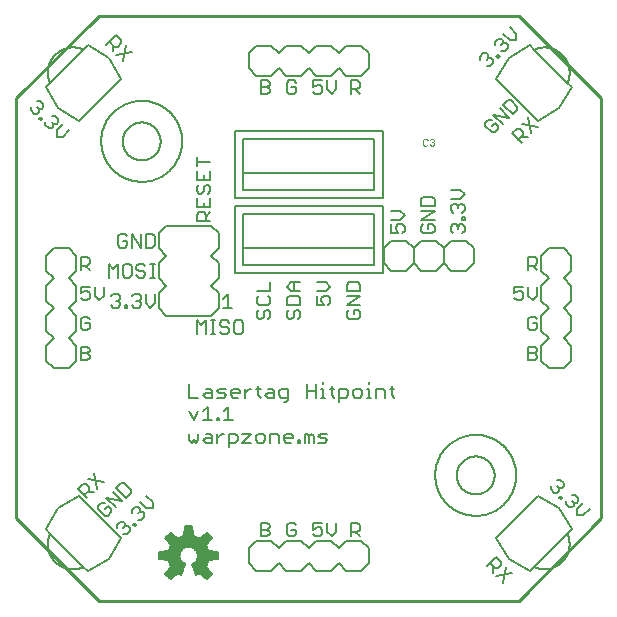
<source format=gto>
G75*
%MOIN*%
%OFA0B0*%
%FSLAX25Y25*%
%IPPOS*%
%LPD*%
%AMOC8*
5,1,8,0,0,1.08239X$1,22.5*
%
%ADD10C,0.01000*%
%ADD11C,0.00500*%
%ADD12C,0.00600*%
%ADD13C,0.00200*%
%ADD14C,0.00800*%
%ADD15C,0.00591*%
D10*
X0001500Y0029000D02*
X0001500Y0169000D01*
X0029000Y0196461D01*
X0029000Y0196500D02*
X0169000Y0196500D01*
X0196500Y0169000D01*
X0196500Y0029000D01*
X0169000Y0001500D01*
X0029000Y0001500D01*
X0001500Y0029000D01*
D11*
X0012788Y0023929D02*
X0012705Y0023740D01*
X0012627Y0023550D01*
X0012553Y0023357D01*
X0012484Y0023163D01*
X0012420Y0022968D01*
X0012361Y0022771D01*
X0012306Y0022572D01*
X0012257Y0022372D01*
X0012212Y0022171D01*
X0012173Y0021969D01*
X0012138Y0021766D01*
X0012108Y0021562D01*
X0012083Y0021358D01*
X0012064Y0021153D01*
X0012049Y0020948D01*
X0012039Y0020742D01*
X0012034Y0020536D01*
X0012035Y0020330D01*
X0012040Y0020125D01*
X0012051Y0019919D01*
X0012066Y0019714D01*
X0012087Y0019509D01*
X0012112Y0019304D01*
X0012143Y0019101D01*
X0012178Y0018898D01*
X0012219Y0018696D01*
X0012264Y0018495D01*
X0012314Y0018296D01*
X0012370Y0018097D01*
X0012430Y0017900D01*
X0012494Y0017705D01*
X0012564Y0017511D01*
X0012638Y0017319D01*
X0012717Y0017129D01*
X0012801Y0016941D01*
X0012889Y0016755D01*
X0012982Y0016571D01*
X0013079Y0016389D01*
X0013180Y0016210D01*
X0013286Y0016034D01*
X0013397Y0015860D01*
X0013511Y0015689D01*
X0013630Y0015520D01*
X0013752Y0015355D01*
X0013879Y0015193D01*
X0014010Y0015034D01*
X0014144Y0014878D01*
X0014283Y0014725D01*
X0014425Y0014576D01*
X0014570Y0014431D01*
X0014719Y0014289D01*
X0014872Y0014150D01*
X0015028Y0014016D01*
X0015187Y0013885D01*
X0015349Y0013758D01*
X0015514Y0013636D01*
X0015683Y0013517D01*
X0015854Y0013403D01*
X0016028Y0013292D01*
X0016204Y0013186D01*
X0016383Y0013085D01*
X0016565Y0012988D01*
X0016749Y0012895D01*
X0016935Y0012807D01*
X0017123Y0012723D01*
X0017313Y0012644D01*
X0017505Y0012570D01*
X0017699Y0012500D01*
X0017894Y0012436D01*
X0018091Y0012376D01*
X0018290Y0012320D01*
X0018489Y0012270D01*
X0018690Y0012225D01*
X0018892Y0012184D01*
X0019095Y0012149D01*
X0019298Y0012118D01*
X0019503Y0012093D01*
X0019708Y0012072D01*
X0019913Y0012057D01*
X0020119Y0012046D01*
X0020324Y0012041D01*
X0020530Y0012040D01*
X0020736Y0012045D01*
X0020942Y0012055D01*
X0021147Y0012070D01*
X0021352Y0012089D01*
X0021556Y0012114D01*
X0021760Y0012144D01*
X0021963Y0012179D01*
X0022165Y0012218D01*
X0022366Y0012263D01*
X0022566Y0012312D01*
X0022765Y0012367D01*
X0022962Y0012426D01*
X0023157Y0012490D01*
X0023351Y0012559D01*
X0023544Y0012633D01*
X0023734Y0012711D01*
X0023923Y0012794D01*
X0012787Y0023929D01*
X0011395Y0025321D01*
X0015571Y0032281D01*
X0022531Y0036457D01*
X0036450Y0022537D01*
X0032274Y0015578D01*
X0025315Y0011402D01*
X0023923Y0012794D01*
X0037219Y0023634D02*
X0038281Y0023634D01*
X0039342Y0024696D01*
X0039342Y0025757D01*
X0038812Y0026288D01*
X0037750Y0026288D01*
X0037219Y0025757D01*
X0037750Y0026288D02*
X0037750Y0027350D01*
X0037219Y0027881D01*
X0036158Y0027881D01*
X0035096Y0026819D01*
X0035096Y0025757D01*
X0032031Y0029884D02*
X0030969Y0029884D01*
X0028846Y0032007D01*
X0028846Y0033069D01*
X0029908Y0034131D01*
X0030969Y0034131D01*
X0032031Y0033069D02*
X0030969Y0032007D01*
X0032031Y0033069D02*
X0033092Y0032007D01*
X0033092Y0030946D01*
X0032031Y0029884D01*
X0034755Y0032609D02*
X0031571Y0035794D01*
X0036879Y0034732D01*
X0033694Y0037917D01*
X0034826Y0039049D02*
X0036419Y0040641D01*
X0037480Y0040641D01*
X0039603Y0038518D01*
X0039603Y0037457D01*
X0038011Y0035864D01*
X0034826Y0039049D01*
X0030629Y0040982D02*
X0025321Y0042044D01*
X0024719Y0040381D02*
X0023658Y0040381D01*
X0022065Y0038788D01*
X0025250Y0035604D01*
X0024188Y0036665D02*
X0025781Y0038257D01*
X0025781Y0039319D01*
X0024719Y0040381D01*
X0025250Y0037727D02*
X0027373Y0037727D01*
X0028505Y0038859D02*
X0027444Y0044167D01*
X0039979Y0031702D02*
X0039979Y0030641D01*
X0039979Y0031702D02*
X0041041Y0032764D01*
X0042102Y0032764D01*
X0042633Y0032233D01*
X0042633Y0031171D01*
X0043695Y0031171D01*
X0044226Y0030641D01*
X0044226Y0029579D01*
X0043164Y0028517D01*
X0042102Y0028517D01*
X0041005Y0027421D02*
X0041536Y0026890D01*
X0041005Y0026359D01*
X0040475Y0026890D01*
X0041005Y0027421D01*
X0042102Y0030641D02*
X0042633Y0031171D01*
X0044827Y0032304D02*
X0046950Y0032304D01*
X0046950Y0034427D01*
X0044827Y0036550D01*
X0042704Y0034427D02*
X0044827Y0032304D01*
X0060001Y0054250D02*
X0059250Y0055001D01*
X0059250Y0057253D01*
X0060751Y0055001D02*
X0061502Y0054250D01*
X0062253Y0055001D01*
X0062253Y0057253D01*
X0064605Y0057253D02*
X0066106Y0057253D01*
X0066856Y0056502D01*
X0066856Y0054250D01*
X0064605Y0054250D01*
X0063854Y0055001D01*
X0064605Y0055751D01*
X0066856Y0055751D01*
X0068458Y0055751D02*
X0069959Y0057253D01*
X0070710Y0057253D01*
X0072294Y0057253D02*
X0074546Y0057253D01*
X0075297Y0056502D01*
X0075297Y0055001D01*
X0074546Y0054250D01*
X0072294Y0054250D01*
X0072294Y0052749D02*
X0072294Y0057253D01*
X0068458Y0057253D02*
X0068458Y0054250D01*
X0068458Y0061750D02*
X0069208Y0061750D01*
X0069208Y0062501D01*
X0068458Y0062501D01*
X0068458Y0061750D01*
X0066856Y0061750D02*
X0063854Y0061750D01*
X0065355Y0061750D02*
X0065355Y0066254D01*
X0063854Y0064753D01*
X0062253Y0064753D02*
X0060751Y0061750D01*
X0059250Y0064753D01*
X0059250Y0069250D02*
X0062253Y0069250D01*
X0063854Y0070001D02*
X0064605Y0070751D01*
X0066856Y0070751D01*
X0066856Y0071502D02*
X0066856Y0069250D01*
X0064605Y0069250D01*
X0063854Y0070001D01*
X0064605Y0072253D02*
X0066106Y0072253D01*
X0066856Y0071502D01*
X0068458Y0071502D02*
X0069208Y0070751D01*
X0070710Y0070751D01*
X0071460Y0070001D01*
X0070710Y0069250D01*
X0068458Y0069250D01*
X0068458Y0071502D02*
X0069208Y0072253D01*
X0071460Y0072253D01*
X0073062Y0071502D02*
X0073812Y0072253D01*
X0075314Y0072253D01*
X0076064Y0071502D01*
X0076064Y0070751D01*
X0073062Y0070751D01*
X0073062Y0070001D02*
X0073062Y0071502D01*
X0073062Y0070001D02*
X0073812Y0069250D01*
X0075314Y0069250D01*
X0077666Y0069250D02*
X0077666Y0072253D01*
X0079167Y0072253D02*
X0079918Y0072253D01*
X0079167Y0072253D02*
X0077666Y0070751D01*
X0081502Y0072253D02*
X0083004Y0072253D01*
X0082253Y0073003D02*
X0082253Y0070001D01*
X0083004Y0069250D01*
X0084572Y0070001D02*
X0085322Y0070751D01*
X0087574Y0070751D01*
X0087574Y0071502D02*
X0086823Y0072253D01*
X0085322Y0072253D01*
X0084572Y0070001D02*
X0085322Y0069250D01*
X0087574Y0069250D01*
X0087574Y0071502D01*
X0089176Y0071502D02*
X0089176Y0070001D01*
X0089926Y0069250D01*
X0092178Y0069250D01*
X0092178Y0068499D02*
X0092178Y0072253D01*
X0089926Y0072253D01*
X0089176Y0071502D01*
X0090677Y0067749D02*
X0091427Y0067749D01*
X0092178Y0068499D01*
X0098383Y0069250D02*
X0098383Y0073754D01*
X0098383Y0071502D02*
X0101386Y0071502D01*
X0102987Y0072253D02*
X0103738Y0072253D01*
X0103738Y0069250D01*
X0102987Y0069250D02*
X0104489Y0069250D01*
X0106807Y0070001D02*
X0107558Y0069250D01*
X0106807Y0070001D02*
X0106807Y0073003D01*
X0106057Y0072253D02*
X0107558Y0072253D01*
X0109126Y0072253D02*
X0111378Y0072253D01*
X0112128Y0071502D01*
X0112128Y0070001D01*
X0111378Y0069250D01*
X0109126Y0069250D01*
X0109126Y0067749D02*
X0109126Y0072253D01*
X0113730Y0071502D02*
X0113730Y0070001D01*
X0114480Y0069250D01*
X0115982Y0069250D01*
X0116732Y0070001D01*
X0116732Y0071502D01*
X0115982Y0072253D01*
X0114480Y0072253D01*
X0113730Y0071502D01*
X0118334Y0072253D02*
X0119084Y0072253D01*
X0119084Y0069250D01*
X0118334Y0069250D02*
X0119835Y0069250D01*
X0121403Y0069250D02*
X0121403Y0072253D01*
X0123655Y0072253D01*
X0124406Y0071502D01*
X0124406Y0069250D01*
X0126758Y0070001D02*
X0126758Y0073003D01*
X0127508Y0072253D02*
X0126007Y0072253D01*
X0126758Y0070001D02*
X0127508Y0069250D01*
X0119084Y0073754D02*
X0119084Y0074504D01*
X0103738Y0074504D02*
X0103738Y0073754D01*
X0101386Y0073754D02*
X0101386Y0069250D01*
X0099868Y0057253D02*
X0100619Y0056502D01*
X0100619Y0054250D01*
X0099117Y0054250D02*
X0099117Y0056502D01*
X0099868Y0057253D01*
X0099117Y0056502D02*
X0098367Y0057253D01*
X0097616Y0057253D01*
X0097616Y0054250D01*
X0096065Y0054250D02*
X0095314Y0054250D01*
X0095314Y0055001D01*
X0096065Y0055001D01*
X0096065Y0054250D01*
X0093713Y0055751D02*
X0090710Y0055751D01*
X0090710Y0055001D02*
X0090710Y0056502D01*
X0091461Y0057253D01*
X0092962Y0057253D01*
X0093713Y0056502D01*
X0093713Y0055751D01*
X0092962Y0054250D02*
X0091461Y0054250D01*
X0090710Y0055001D01*
X0089109Y0054250D02*
X0089109Y0056502D01*
X0088358Y0057253D01*
X0086106Y0057253D01*
X0086106Y0054250D01*
X0084505Y0055001D02*
X0084505Y0056502D01*
X0083754Y0057253D01*
X0082253Y0057253D01*
X0081502Y0056502D01*
X0081502Y0055001D01*
X0082253Y0054250D01*
X0083754Y0054250D01*
X0084505Y0055001D01*
X0079901Y0054250D02*
X0076898Y0054250D01*
X0079901Y0057253D01*
X0076898Y0057253D01*
X0073762Y0061750D02*
X0070760Y0061750D01*
X0072261Y0061750D02*
X0072261Y0066254D01*
X0070760Y0064753D01*
X0060751Y0055001D02*
X0060001Y0054250D01*
X0059250Y0069250D02*
X0059250Y0073754D01*
X0061750Y0090500D02*
X0061750Y0095004D01*
X0063251Y0093503D01*
X0064753Y0095004D01*
X0064753Y0090500D01*
X0066354Y0090500D02*
X0067855Y0090500D01*
X0067105Y0090500D02*
X0067105Y0095004D01*
X0067855Y0095004D02*
X0066354Y0095004D01*
X0069423Y0094253D02*
X0069423Y0093503D01*
X0070174Y0092752D01*
X0071675Y0092752D01*
X0072426Y0092001D01*
X0072426Y0091251D01*
X0071675Y0090500D01*
X0070174Y0090500D01*
X0069423Y0091251D01*
X0069423Y0094253D02*
X0070174Y0095004D01*
X0071675Y0095004D01*
X0072426Y0094253D01*
X0074027Y0094253D02*
X0074027Y0091251D01*
X0074778Y0090500D01*
X0076279Y0090500D01*
X0077030Y0091251D01*
X0077030Y0094253D01*
X0076279Y0095004D01*
X0074778Y0095004D01*
X0074027Y0094253D01*
X0073503Y0099250D02*
X0070500Y0099250D01*
X0072001Y0099250D02*
X0072001Y0103754D01*
X0070500Y0102253D01*
X0074354Y0110614D02*
X0074354Y0133252D01*
X0123646Y0133252D01*
X0123646Y0110614D01*
X0074354Y0110614D01*
X0077110Y0113370D02*
X0077110Y0119000D01*
X0120890Y0119000D01*
X0120890Y0113370D01*
X0077110Y0113370D01*
X0077110Y0119000D02*
X0077110Y0130496D01*
X0120890Y0130496D01*
X0120890Y0119000D01*
X0126446Y0123950D02*
X0128698Y0123950D01*
X0127947Y0125451D01*
X0127947Y0126202D01*
X0128698Y0126953D01*
X0130199Y0126953D01*
X0130950Y0126202D01*
X0130950Y0124701D01*
X0130199Y0123950D01*
X0126446Y0123950D02*
X0126446Y0126953D01*
X0126446Y0128554D02*
X0129449Y0128554D01*
X0130950Y0130055D01*
X0129449Y0131556D01*
X0126446Y0131556D01*
X0123646Y0135614D02*
X0123646Y0158252D01*
X0074354Y0158252D01*
X0074354Y0135614D01*
X0123646Y0135614D01*
X0120890Y0138370D02*
X0120890Y0144000D01*
X0077110Y0144000D01*
X0077110Y0155496D01*
X0120890Y0155496D01*
X0120890Y0144000D01*
X0120890Y0138370D02*
X0077110Y0138370D01*
X0077110Y0144000D01*
X0066250Y0144814D02*
X0066250Y0141812D01*
X0061746Y0141812D01*
X0061746Y0144814D01*
X0061746Y0146416D02*
X0061746Y0149418D01*
X0061746Y0147917D02*
X0066250Y0147917D01*
X0063998Y0143313D02*
X0063998Y0141812D01*
X0064749Y0140210D02*
X0065499Y0140210D01*
X0066250Y0139460D01*
X0066250Y0137958D01*
X0065499Y0137208D01*
X0063998Y0137958D02*
X0063998Y0139460D01*
X0064749Y0140210D01*
X0062497Y0140210D02*
X0061746Y0139460D01*
X0061746Y0137958D01*
X0062497Y0137208D01*
X0063247Y0137208D01*
X0063998Y0137958D01*
X0061746Y0135606D02*
X0061746Y0132604D01*
X0066250Y0132604D01*
X0066250Y0135606D01*
X0063998Y0134105D02*
X0063998Y0132604D01*
X0063998Y0131003D02*
X0064749Y0130252D01*
X0064749Y0128000D01*
X0066250Y0128000D02*
X0061746Y0128000D01*
X0061746Y0130252D01*
X0062497Y0131003D01*
X0063998Y0131003D01*
X0064749Y0129501D02*
X0066250Y0131003D01*
X0047649Y0123003D02*
X0047649Y0120001D01*
X0046898Y0119250D01*
X0044646Y0119250D01*
X0044646Y0123754D01*
X0046898Y0123754D01*
X0047649Y0123003D01*
X0043045Y0123754D02*
X0043045Y0119250D01*
X0040042Y0123754D01*
X0040042Y0119250D01*
X0038441Y0120001D02*
X0038441Y0121502D01*
X0036939Y0121502D01*
X0035438Y0123003D02*
X0035438Y0120001D01*
X0036189Y0119250D01*
X0037690Y0119250D01*
X0038441Y0120001D01*
X0038441Y0123003D02*
X0037690Y0123754D01*
X0036189Y0123754D01*
X0035438Y0123003D01*
X0026003Y0115503D02*
X0026003Y0114002D01*
X0025252Y0113251D01*
X0023000Y0113251D01*
X0023000Y0111750D02*
X0023000Y0116254D01*
X0025252Y0116254D01*
X0026003Y0115503D01*
X0024501Y0113251D02*
X0026003Y0111750D01*
X0026003Y0106254D02*
X0023000Y0106254D01*
X0023000Y0104002D01*
X0024501Y0104753D01*
X0025252Y0104753D01*
X0026003Y0104002D01*
X0026003Y0102501D01*
X0025252Y0101750D01*
X0023751Y0101750D01*
X0023000Y0102501D01*
X0027604Y0103251D02*
X0027604Y0106254D01*
X0027604Y0103251D02*
X0029105Y0101750D01*
X0030606Y0103251D01*
X0030606Y0106254D01*
X0033136Y0103003D02*
X0033887Y0103754D01*
X0035388Y0103754D01*
X0036139Y0103003D01*
X0036139Y0102253D01*
X0035388Y0101502D01*
X0036139Y0100751D01*
X0036139Y0100001D01*
X0035388Y0099250D01*
X0033887Y0099250D01*
X0033136Y0100001D01*
X0034638Y0101502D02*
X0035388Y0101502D01*
X0037740Y0100001D02*
X0038491Y0100001D01*
X0038491Y0099250D01*
X0037740Y0099250D01*
X0037740Y0100001D01*
X0040042Y0100001D02*
X0040793Y0099250D01*
X0042294Y0099250D01*
X0043045Y0100001D01*
X0043045Y0100751D01*
X0042294Y0101502D01*
X0041543Y0101502D01*
X0042294Y0101502D02*
X0043045Y0102253D01*
X0043045Y0103003D01*
X0042294Y0103754D01*
X0040793Y0103754D01*
X0040042Y0103003D01*
X0044646Y0103754D02*
X0044646Y0100751D01*
X0046147Y0099250D01*
X0047649Y0100751D01*
X0047649Y0103754D01*
X0047682Y0109250D02*
X0046181Y0109250D01*
X0046931Y0109250D02*
X0046931Y0113754D01*
X0046181Y0113754D02*
X0047682Y0113754D01*
X0044579Y0113003D02*
X0043829Y0113754D01*
X0042327Y0113754D01*
X0041577Y0113003D01*
X0041577Y0112253D01*
X0042327Y0111502D01*
X0043829Y0111502D01*
X0044579Y0110751D01*
X0044579Y0110001D01*
X0043829Y0109250D01*
X0042327Y0109250D01*
X0041577Y0110001D01*
X0039975Y0110001D02*
X0039975Y0113003D01*
X0039225Y0113754D01*
X0037723Y0113754D01*
X0036973Y0113003D01*
X0036973Y0110001D01*
X0037723Y0109250D01*
X0039225Y0109250D01*
X0039975Y0110001D01*
X0035371Y0109250D02*
X0035371Y0113754D01*
X0033870Y0112253D01*
X0032369Y0113754D01*
X0032369Y0109250D01*
X0025252Y0096254D02*
X0023751Y0096254D01*
X0023000Y0095503D01*
X0023000Y0092501D01*
X0023751Y0091750D01*
X0025252Y0091750D01*
X0026003Y0092501D01*
X0026003Y0094002D01*
X0024501Y0094002D01*
X0026003Y0095503D02*
X0025252Y0096254D01*
X0025252Y0086254D02*
X0023000Y0086254D01*
X0023000Y0081750D01*
X0025252Y0081750D01*
X0026003Y0082501D01*
X0026003Y0083251D01*
X0025252Y0084002D01*
X0023000Y0084002D01*
X0025252Y0084002D02*
X0026003Y0084753D01*
X0026003Y0085503D01*
X0025252Y0086254D01*
X0081746Y0096189D02*
X0082497Y0095438D01*
X0083247Y0095438D01*
X0083998Y0096189D01*
X0083998Y0097690D01*
X0084749Y0098441D01*
X0085499Y0098441D01*
X0086250Y0097690D01*
X0086250Y0096189D01*
X0085499Y0095438D01*
X0081746Y0096189D02*
X0081746Y0097690D01*
X0082497Y0098441D01*
X0082497Y0100042D02*
X0085499Y0100042D01*
X0086250Y0100793D01*
X0086250Y0102294D01*
X0085499Y0103045D01*
X0086250Y0104646D02*
X0086250Y0107649D01*
X0086250Y0104646D02*
X0081746Y0104646D01*
X0082497Y0103045D02*
X0081746Y0102294D01*
X0081746Y0100793D01*
X0082497Y0100042D01*
X0091746Y0100042D02*
X0091746Y0102294D01*
X0092497Y0103045D01*
X0095499Y0103045D01*
X0096250Y0102294D01*
X0096250Y0100042D01*
X0091746Y0100042D01*
X0092497Y0098441D02*
X0091746Y0097690D01*
X0091746Y0096189D01*
X0092497Y0095438D01*
X0093247Y0095438D01*
X0093998Y0096189D01*
X0093998Y0097690D01*
X0094749Y0098441D01*
X0095499Y0098441D01*
X0096250Y0097690D01*
X0096250Y0096189D01*
X0095499Y0095438D01*
X0101746Y0100042D02*
X0103998Y0100042D01*
X0103247Y0101543D01*
X0103247Y0102294D01*
X0103998Y0103045D01*
X0105499Y0103045D01*
X0106250Y0102294D01*
X0106250Y0100793D01*
X0105499Y0100042D01*
X0101746Y0100042D02*
X0101746Y0103045D01*
X0101746Y0104646D02*
X0104749Y0104646D01*
X0106250Y0106147D01*
X0104749Y0107649D01*
X0101746Y0107649D01*
X0096250Y0107649D02*
X0093247Y0107649D01*
X0091746Y0106147D01*
X0093247Y0104646D01*
X0096250Y0104646D01*
X0093998Y0104646D02*
X0093998Y0107649D01*
X0111746Y0106898D02*
X0111746Y0104646D01*
X0116250Y0104646D01*
X0116250Y0106898D01*
X0115499Y0107649D01*
X0112497Y0107649D01*
X0111746Y0106898D01*
X0111746Y0103045D02*
X0116250Y0103045D01*
X0111746Y0100042D01*
X0116250Y0100042D01*
X0115499Y0098441D02*
X0113998Y0098441D01*
X0113998Y0096939D01*
X0112497Y0095438D02*
X0115499Y0095438D01*
X0116250Y0096189D01*
X0116250Y0097690D01*
X0115499Y0098441D01*
X0112497Y0098441D02*
X0111746Y0097690D01*
X0111746Y0096189D01*
X0112497Y0095438D01*
X0137197Y0123950D02*
X0136446Y0124701D01*
X0136446Y0126202D01*
X0137197Y0126953D01*
X0138698Y0126953D02*
X0138698Y0125451D01*
X0138698Y0126953D02*
X0140199Y0126953D01*
X0140950Y0126202D01*
X0140950Y0124701D01*
X0140199Y0123950D01*
X0137197Y0123950D01*
X0136446Y0128554D02*
X0140950Y0131556D01*
X0136446Y0131556D01*
X0136446Y0133158D02*
X0136446Y0135410D01*
X0137197Y0136160D01*
X0140199Y0136160D01*
X0140950Y0135410D01*
X0140950Y0133158D01*
X0136446Y0133158D01*
X0136446Y0128554D02*
X0140950Y0128554D01*
X0146446Y0126202D02*
X0146446Y0124701D01*
X0147197Y0123950D01*
X0148698Y0125451D02*
X0148698Y0126202D01*
X0149449Y0126953D01*
X0150199Y0126953D01*
X0150950Y0126202D01*
X0150950Y0124701D01*
X0150199Y0123950D01*
X0148698Y0126202D02*
X0147947Y0126953D01*
X0147197Y0126953D01*
X0146446Y0126202D01*
X0150199Y0128554D02*
X0150199Y0129305D01*
X0150950Y0129305D01*
X0150950Y0128554D01*
X0150199Y0128554D01*
X0150199Y0130856D02*
X0150950Y0131607D01*
X0150950Y0133108D01*
X0150199Y0133858D01*
X0149449Y0133858D01*
X0148698Y0133108D01*
X0148698Y0132357D01*
X0148698Y0133108D02*
X0147947Y0133858D01*
X0147197Y0133858D01*
X0146446Y0133108D01*
X0146446Y0131607D01*
X0147197Y0130856D01*
X0146446Y0135460D02*
X0149449Y0135460D01*
X0150950Y0136961D01*
X0149449Y0138462D01*
X0146446Y0138462D01*
X0159953Y0157618D02*
X0161014Y0157618D01*
X0162076Y0158679D01*
X0162076Y0159741D01*
X0161014Y0160803D01*
X0159953Y0159741D01*
X0157830Y0159741D02*
X0159953Y0157618D01*
X0157830Y0159741D02*
X0157830Y0160803D01*
X0158891Y0161864D01*
X0159953Y0161864D01*
X0160554Y0163527D02*
X0165862Y0162466D01*
X0162677Y0165650D01*
X0163810Y0166783D02*
X0165402Y0168375D01*
X0166464Y0168375D01*
X0168587Y0166252D01*
X0168587Y0165190D01*
X0166995Y0163598D01*
X0163810Y0166783D01*
X0160554Y0163527D02*
X0163739Y0160343D01*
X0166804Y0157277D02*
X0168397Y0158870D01*
X0169458Y0158870D01*
X0170520Y0157808D01*
X0170520Y0156746D01*
X0168927Y0155154D01*
X0169989Y0154093D02*
X0166804Y0157277D01*
X0169989Y0156216D02*
X0172112Y0156216D01*
X0173245Y0157348D02*
X0172183Y0162656D01*
X0170060Y0160533D02*
X0175368Y0159471D01*
X0175469Y0161543D02*
X0161550Y0175463D01*
X0165726Y0182422D01*
X0172685Y0186598D01*
X0174077Y0185206D01*
X0185213Y0174071D01*
X0186605Y0172679D01*
X0182429Y0165719D01*
X0175469Y0161543D01*
X0185212Y0174071D02*
X0185295Y0174260D01*
X0185373Y0174450D01*
X0185447Y0174643D01*
X0185516Y0174837D01*
X0185580Y0175032D01*
X0185639Y0175229D01*
X0185694Y0175428D01*
X0185743Y0175628D01*
X0185788Y0175829D01*
X0185827Y0176031D01*
X0185862Y0176234D01*
X0185892Y0176438D01*
X0185917Y0176642D01*
X0185936Y0176847D01*
X0185951Y0177052D01*
X0185961Y0177258D01*
X0185966Y0177464D01*
X0185965Y0177670D01*
X0185960Y0177875D01*
X0185949Y0178081D01*
X0185934Y0178286D01*
X0185913Y0178491D01*
X0185888Y0178696D01*
X0185857Y0178899D01*
X0185822Y0179102D01*
X0185781Y0179304D01*
X0185736Y0179505D01*
X0185686Y0179704D01*
X0185630Y0179903D01*
X0185570Y0180100D01*
X0185506Y0180295D01*
X0185436Y0180489D01*
X0185362Y0180681D01*
X0185283Y0180871D01*
X0185199Y0181059D01*
X0185111Y0181245D01*
X0185018Y0181429D01*
X0184921Y0181611D01*
X0184820Y0181790D01*
X0184714Y0181966D01*
X0184603Y0182140D01*
X0184489Y0182311D01*
X0184370Y0182480D01*
X0184248Y0182645D01*
X0184121Y0182807D01*
X0183990Y0182966D01*
X0183856Y0183122D01*
X0183717Y0183275D01*
X0183575Y0183424D01*
X0183430Y0183569D01*
X0183281Y0183711D01*
X0183128Y0183850D01*
X0182972Y0183984D01*
X0182813Y0184115D01*
X0182651Y0184242D01*
X0182486Y0184364D01*
X0182317Y0184483D01*
X0182146Y0184597D01*
X0181972Y0184708D01*
X0181796Y0184814D01*
X0181617Y0184915D01*
X0181435Y0185012D01*
X0181251Y0185105D01*
X0181065Y0185193D01*
X0180877Y0185277D01*
X0180687Y0185356D01*
X0180495Y0185430D01*
X0180301Y0185500D01*
X0180106Y0185564D01*
X0179909Y0185624D01*
X0179710Y0185680D01*
X0179511Y0185730D01*
X0179310Y0185775D01*
X0179108Y0185816D01*
X0178905Y0185851D01*
X0178702Y0185882D01*
X0178497Y0185907D01*
X0178292Y0185928D01*
X0178087Y0185943D01*
X0177881Y0185954D01*
X0177676Y0185959D01*
X0177470Y0185960D01*
X0177264Y0185955D01*
X0177058Y0185945D01*
X0176853Y0185930D01*
X0176648Y0185911D01*
X0176444Y0185886D01*
X0176240Y0185856D01*
X0176037Y0185821D01*
X0175835Y0185782D01*
X0175634Y0185737D01*
X0175434Y0185688D01*
X0175235Y0185633D01*
X0175038Y0185574D01*
X0174843Y0185510D01*
X0174649Y0185441D01*
X0174456Y0185367D01*
X0174266Y0185289D01*
X0174077Y0185206D01*
X0168056Y0188410D02*
X0168056Y0190533D01*
X0165933Y0192656D01*
X0163810Y0190533D02*
X0165933Y0188410D01*
X0168056Y0188410D01*
X0165331Y0186746D02*
X0165331Y0185685D01*
X0164270Y0184623D01*
X0163208Y0184623D01*
X0162111Y0183526D02*
X0162642Y0182996D01*
X0162111Y0182465D01*
X0161581Y0182996D01*
X0162111Y0183526D01*
X0160448Y0181863D02*
X0160448Y0180802D01*
X0159387Y0179740D01*
X0158325Y0179740D01*
X0158325Y0181863D02*
X0158856Y0182394D01*
X0159917Y0182394D01*
X0160448Y0181863D01*
X0158856Y0182394D02*
X0158856Y0183456D01*
X0158325Y0183986D01*
X0157263Y0183986D01*
X0156202Y0182925D01*
X0156202Y0181863D01*
X0161085Y0186746D02*
X0161085Y0187808D01*
X0162147Y0188870D01*
X0163208Y0188870D01*
X0163739Y0188339D01*
X0163739Y0187277D01*
X0164801Y0187277D01*
X0165331Y0186746D01*
X0163739Y0187277D02*
X0163208Y0186746D01*
X0116003Y0174253D02*
X0116003Y0172752D01*
X0115252Y0172001D01*
X0113000Y0172001D01*
X0113000Y0170500D02*
X0113000Y0175004D01*
X0115252Y0175004D01*
X0116003Y0174253D01*
X0114501Y0172001D02*
X0116003Y0170500D01*
X0108106Y0172001D02*
X0108106Y0175004D01*
X0105104Y0175004D02*
X0105104Y0172001D01*
X0106605Y0170500D01*
X0108106Y0172001D01*
X0103503Y0171251D02*
X0102752Y0170500D01*
X0101251Y0170500D01*
X0100500Y0171251D01*
X0100500Y0172752D02*
X0102001Y0173503D01*
X0102752Y0173503D01*
X0103503Y0172752D01*
X0103503Y0171251D01*
X0100500Y0172752D02*
X0100500Y0175004D01*
X0103503Y0175004D01*
X0094753Y0174253D02*
X0094002Y0175004D01*
X0092501Y0175004D01*
X0091750Y0174253D01*
X0091750Y0171251D01*
X0092501Y0170500D01*
X0094002Y0170500D01*
X0094753Y0171251D01*
X0094753Y0172752D01*
X0093251Y0172752D01*
X0086003Y0173503D02*
X0085252Y0172752D01*
X0083000Y0172752D01*
X0083000Y0170500D02*
X0083000Y0175004D01*
X0085252Y0175004D01*
X0086003Y0174253D01*
X0086003Y0173503D01*
X0085252Y0172752D02*
X0086003Y0172001D01*
X0086003Y0171251D01*
X0085252Y0170500D01*
X0083000Y0170500D01*
X0040156Y0184567D02*
X0034848Y0183505D01*
X0033716Y0184638D02*
X0033716Y0186761D01*
X0034246Y0186230D02*
X0032654Y0187822D01*
X0031593Y0186761D02*
X0034777Y0189946D01*
X0036370Y0188353D01*
X0036370Y0187292D01*
X0035308Y0186230D01*
X0034246Y0186230D01*
X0038033Y0186690D02*
X0036971Y0181382D01*
X0032281Y0182429D02*
X0036457Y0175469D01*
X0022537Y0161550D01*
X0015578Y0165726D01*
X0011402Y0172685D01*
X0012794Y0174077D01*
X0023929Y0185213D01*
X0025321Y0186605D01*
X0032281Y0182429D01*
X0023929Y0185212D02*
X0023740Y0185295D01*
X0023550Y0185373D01*
X0023357Y0185447D01*
X0023163Y0185516D01*
X0022968Y0185580D01*
X0022771Y0185639D01*
X0022572Y0185694D01*
X0022372Y0185743D01*
X0022171Y0185788D01*
X0021969Y0185827D01*
X0021766Y0185862D01*
X0021562Y0185892D01*
X0021358Y0185917D01*
X0021153Y0185936D01*
X0020948Y0185951D01*
X0020742Y0185961D01*
X0020536Y0185966D01*
X0020330Y0185965D01*
X0020125Y0185960D01*
X0019919Y0185949D01*
X0019714Y0185934D01*
X0019509Y0185913D01*
X0019304Y0185888D01*
X0019101Y0185857D01*
X0018898Y0185822D01*
X0018696Y0185781D01*
X0018495Y0185736D01*
X0018296Y0185686D01*
X0018097Y0185630D01*
X0017900Y0185570D01*
X0017705Y0185506D01*
X0017511Y0185436D01*
X0017319Y0185362D01*
X0017129Y0185283D01*
X0016941Y0185199D01*
X0016755Y0185111D01*
X0016571Y0185018D01*
X0016389Y0184921D01*
X0016210Y0184820D01*
X0016034Y0184714D01*
X0015860Y0184603D01*
X0015689Y0184489D01*
X0015520Y0184370D01*
X0015355Y0184248D01*
X0015193Y0184121D01*
X0015034Y0183990D01*
X0014878Y0183856D01*
X0014725Y0183717D01*
X0014576Y0183575D01*
X0014431Y0183430D01*
X0014289Y0183281D01*
X0014150Y0183128D01*
X0014016Y0182972D01*
X0013885Y0182813D01*
X0013758Y0182651D01*
X0013636Y0182486D01*
X0013517Y0182317D01*
X0013403Y0182146D01*
X0013292Y0181972D01*
X0013186Y0181796D01*
X0013085Y0181617D01*
X0012988Y0181435D01*
X0012895Y0181251D01*
X0012807Y0181065D01*
X0012723Y0180877D01*
X0012644Y0180687D01*
X0012570Y0180495D01*
X0012500Y0180301D01*
X0012436Y0180106D01*
X0012376Y0179909D01*
X0012320Y0179710D01*
X0012270Y0179511D01*
X0012225Y0179310D01*
X0012184Y0179108D01*
X0012149Y0178905D01*
X0012118Y0178702D01*
X0012093Y0178497D01*
X0012072Y0178292D01*
X0012057Y0178087D01*
X0012046Y0177881D01*
X0012041Y0177676D01*
X0012040Y0177470D01*
X0012045Y0177264D01*
X0012055Y0177058D01*
X0012070Y0176853D01*
X0012089Y0176648D01*
X0012114Y0176444D01*
X0012144Y0176240D01*
X0012179Y0176037D01*
X0012218Y0175835D01*
X0012263Y0175634D01*
X0012312Y0175434D01*
X0012367Y0175235D01*
X0012426Y0175038D01*
X0012490Y0174843D01*
X0012559Y0174649D01*
X0012633Y0174456D01*
X0012711Y0174266D01*
X0012794Y0174077D01*
X0009533Y0168118D02*
X0010595Y0167057D01*
X0010595Y0165995D01*
X0010064Y0165464D01*
X0009003Y0165464D01*
X0009003Y0164403D01*
X0008472Y0163872D01*
X0007410Y0163872D01*
X0006349Y0164934D01*
X0006349Y0165995D01*
X0008472Y0165995D02*
X0009003Y0165464D01*
X0008472Y0168118D02*
X0009533Y0168118D01*
X0009604Y0162740D02*
X0010135Y0162209D01*
X0009604Y0161678D01*
X0009073Y0162209D01*
X0009604Y0162740D01*
X0011232Y0161112D02*
X0011232Y0160050D01*
X0012294Y0158989D01*
X0013355Y0158989D01*
X0013886Y0159520D01*
X0013886Y0160581D01*
X0013355Y0161112D01*
X0013886Y0160581D02*
X0014947Y0160581D01*
X0015478Y0161112D01*
X0015478Y0162174D01*
X0014417Y0163235D01*
X0013355Y0163235D01*
X0017141Y0160510D02*
X0015018Y0158387D01*
X0015018Y0156264D01*
X0017141Y0156264D01*
X0019264Y0158387D01*
X0102971Y0057253D02*
X0102220Y0056502D01*
X0102971Y0055751D01*
X0104472Y0055751D01*
X0105223Y0055001D01*
X0104472Y0054250D01*
X0102220Y0054250D01*
X0102971Y0057253D02*
X0105223Y0057253D01*
X0105104Y0027504D02*
X0105104Y0024501D01*
X0106605Y0023000D01*
X0108106Y0024501D01*
X0108106Y0027504D01*
X0103503Y0027504D02*
X0100500Y0027504D01*
X0100500Y0025252D01*
X0102001Y0026003D01*
X0102752Y0026003D01*
X0103503Y0025252D01*
X0103503Y0023751D01*
X0102752Y0023000D01*
X0101251Y0023000D01*
X0100500Y0023751D01*
X0094753Y0023751D02*
X0094753Y0025252D01*
X0093251Y0025252D01*
X0091750Y0026753D02*
X0091750Y0023751D01*
X0092501Y0023000D01*
X0094002Y0023000D01*
X0094753Y0023751D01*
X0094753Y0026753D02*
X0094002Y0027504D01*
X0092501Y0027504D01*
X0091750Y0026753D01*
X0086003Y0026753D02*
X0086003Y0026003D01*
X0085252Y0025252D01*
X0083000Y0025252D01*
X0083000Y0023000D02*
X0083000Y0027504D01*
X0085252Y0027504D01*
X0086003Y0026753D01*
X0085252Y0025252D02*
X0086003Y0024501D01*
X0086003Y0023751D01*
X0085252Y0023000D01*
X0083000Y0023000D01*
X0113000Y0023000D02*
X0113000Y0027504D01*
X0115252Y0027504D01*
X0116003Y0026753D01*
X0116003Y0025252D01*
X0115252Y0024501D01*
X0113000Y0024501D01*
X0114501Y0024501D02*
X0116003Y0023000D01*
X0158318Y0012964D02*
X0161503Y0016149D01*
X0163095Y0014557D01*
X0163095Y0013495D01*
X0162033Y0012434D01*
X0160972Y0012434D01*
X0159380Y0014026D01*
X0160441Y0012964D02*
X0160441Y0010841D01*
X0161573Y0009709D02*
X0166881Y0010771D01*
X0164758Y0012894D02*
X0163697Y0007586D01*
X0165719Y0015571D02*
X0161543Y0022531D01*
X0175463Y0036450D01*
X0182422Y0032274D01*
X0186598Y0025315D01*
X0185206Y0023923D01*
X0174071Y0012787D01*
X0172679Y0011395D01*
X0165719Y0015571D01*
X0174071Y0012788D02*
X0174260Y0012705D01*
X0174450Y0012627D01*
X0174643Y0012553D01*
X0174837Y0012484D01*
X0175032Y0012420D01*
X0175229Y0012361D01*
X0175428Y0012306D01*
X0175628Y0012257D01*
X0175829Y0012212D01*
X0176031Y0012173D01*
X0176234Y0012138D01*
X0176438Y0012108D01*
X0176642Y0012083D01*
X0176847Y0012064D01*
X0177052Y0012049D01*
X0177258Y0012039D01*
X0177464Y0012034D01*
X0177670Y0012035D01*
X0177875Y0012040D01*
X0178081Y0012051D01*
X0178286Y0012066D01*
X0178491Y0012087D01*
X0178696Y0012112D01*
X0178899Y0012143D01*
X0179102Y0012178D01*
X0179304Y0012219D01*
X0179505Y0012264D01*
X0179704Y0012314D01*
X0179903Y0012370D01*
X0180100Y0012430D01*
X0180295Y0012494D01*
X0180489Y0012564D01*
X0180681Y0012638D01*
X0180871Y0012717D01*
X0181059Y0012801D01*
X0181245Y0012889D01*
X0181429Y0012982D01*
X0181611Y0013079D01*
X0181790Y0013180D01*
X0181966Y0013286D01*
X0182140Y0013397D01*
X0182311Y0013511D01*
X0182480Y0013630D01*
X0182645Y0013752D01*
X0182807Y0013879D01*
X0182966Y0014010D01*
X0183122Y0014144D01*
X0183275Y0014283D01*
X0183424Y0014425D01*
X0183569Y0014570D01*
X0183711Y0014719D01*
X0183850Y0014872D01*
X0183984Y0015028D01*
X0184115Y0015187D01*
X0184242Y0015349D01*
X0184364Y0015514D01*
X0184483Y0015683D01*
X0184597Y0015854D01*
X0184708Y0016028D01*
X0184814Y0016204D01*
X0184915Y0016383D01*
X0185012Y0016565D01*
X0185105Y0016749D01*
X0185193Y0016935D01*
X0185277Y0017123D01*
X0185356Y0017313D01*
X0185430Y0017505D01*
X0185500Y0017699D01*
X0185564Y0017894D01*
X0185624Y0018091D01*
X0185680Y0018290D01*
X0185730Y0018489D01*
X0185775Y0018690D01*
X0185816Y0018892D01*
X0185851Y0019095D01*
X0185882Y0019298D01*
X0185907Y0019503D01*
X0185928Y0019708D01*
X0185943Y0019913D01*
X0185954Y0020119D01*
X0185959Y0020324D01*
X0185960Y0020530D01*
X0185955Y0020736D01*
X0185945Y0020942D01*
X0185930Y0021147D01*
X0185911Y0021352D01*
X0185886Y0021556D01*
X0185856Y0021760D01*
X0185821Y0021963D01*
X0185782Y0022165D01*
X0185737Y0022366D01*
X0185688Y0022566D01*
X0185633Y0022765D01*
X0185574Y0022962D01*
X0185510Y0023157D01*
X0185441Y0023351D01*
X0185367Y0023544D01*
X0185289Y0023734D01*
X0185206Y0023923D01*
X0188410Y0029944D02*
X0190533Y0029944D01*
X0192656Y0032067D01*
X0190533Y0034190D02*
X0188410Y0032067D01*
X0188410Y0029944D01*
X0186746Y0032669D02*
X0185685Y0032669D01*
X0184623Y0033730D01*
X0184623Y0034792D01*
X0183526Y0035889D02*
X0182996Y0035358D01*
X0182465Y0035889D01*
X0182996Y0036419D01*
X0183526Y0035889D01*
X0181863Y0037552D02*
X0182394Y0038083D01*
X0182394Y0039144D01*
X0181863Y0039675D01*
X0182394Y0039144D02*
X0183456Y0039144D01*
X0183986Y0039675D01*
X0183986Y0040736D01*
X0182925Y0041798D01*
X0181863Y0041798D01*
X0179740Y0039675D02*
X0179740Y0038613D01*
X0180802Y0037552D01*
X0181863Y0037552D01*
X0186746Y0036915D02*
X0187808Y0036915D01*
X0188870Y0035853D01*
X0188870Y0034792D01*
X0188339Y0034261D01*
X0187277Y0034261D01*
X0187277Y0033199D01*
X0186746Y0032669D01*
X0187277Y0034261D02*
X0186746Y0034792D01*
X0174398Y0081750D02*
X0172146Y0081750D01*
X0172146Y0086254D01*
X0174398Y0086254D01*
X0175149Y0085503D01*
X0175149Y0084753D01*
X0174398Y0084002D01*
X0172146Y0084002D01*
X0174398Y0084002D02*
X0175149Y0083251D01*
X0175149Y0082501D01*
X0174398Y0081750D01*
X0174398Y0091750D02*
X0172897Y0091750D01*
X0172146Y0092501D01*
X0172146Y0095503D01*
X0172897Y0096254D01*
X0174398Y0096254D01*
X0175149Y0095503D01*
X0175149Y0094002D02*
X0173647Y0094002D01*
X0175149Y0094002D02*
X0175149Y0092501D01*
X0174398Y0091750D01*
X0173647Y0101750D02*
X0175149Y0103251D01*
X0175149Y0106254D01*
X0172146Y0106254D02*
X0172146Y0103251D01*
X0173647Y0101750D01*
X0170545Y0102501D02*
X0170545Y0104002D01*
X0169794Y0104753D01*
X0169043Y0104753D01*
X0167542Y0104002D01*
X0167542Y0106254D01*
X0170545Y0106254D01*
X0170545Y0102501D02*
X0169794Y0101750D01*
X0168293Y0101750D01*
X0167542Y0102501D01*
X0172146Y0111750D02*
X0172146Y0116254D01*
X0174398Y0116254D01*
X0175149Y0115503D01*
X0175149Y0114002D01*
X0174398Y0113251D01*
X0172146Y0113251D01*
X0173647Y0113251D02*
X0175149Y0111750D01*
D12*
X0176500Y0111500D02*
X0176500Y0116500D01*
X0179000Y0119000D01*
X0184000Y0119000D01*
X0186500Y0116500D01*
X0186500Y0111500D01*
X0184000Y0109000D01*
X0186500Y0106500D01*
X0186500Y0101500D01*
X0184000Y0099000D01*
X0186500Y0096500D01*
X0186500Y0091500D01*
X0184000Y0089000D01*
X0186500Y0086500D01*
X0186500Y0081500D01*
X0184000Y0079000D01*
X0179000Y0079000D01*
X0176500Y0081500D01*
X0176500Y0086500D01*
X0179000Y0089000D01*
X0176500Y0091500D01*
X0176500Y0096500D01*
X0179000Y0099000D01*
X0176500Y0101500D01*
X0176500Y0106500D01*
X0179000Y0109000D01*
X0176500Y0111500D01*
X0154000Y0114000D02*
X0151500Y0111500D01*
X0146500Y0111500D01*
X0144000Y0114000D01*
X0141500Y0111500D01*
X0136500Y0111500D01*
X0134000Y0114000D01*
X0134000Y0119000D01*
X0136500Y0121500D01*
X0141500Y0121500D01*
X0144000Y0119000D01*
X0144000Y0114000D01*
X0144000Y0119000D01*
X0146500Y0121500D01*
X0151500Y0121500D01*
X0154000Y0119000D01*
X0154000Y0114000D01*
X0134000Y0114000D02*
X0131500Y0111500D01*
X0126500Y0111500D01*
X0124000Y0114000D01*
X0124000Y0119000D01*
X0126500Y0121500D01*
X0131500Y0121500D01*
X0134000Y0119000D01*
X0134000Y0114000D01*
X0116500Y0176500D02*
X0111500Y0176500D01*
X0109000Y0179000D01*
X0106500Y0176500D01*
X0101500Y0176500D01*
X0099000Y0179000D01*
X0096500Y0176500D01*
X0091500Y0176500D01*
X0089000Y0179000D01*
X0086500Y0176500D01*
X0081500Y0176500D01*
X0079000Y0179000D01*
X0079000Y0184000D01*
X0081500Y0186500D01*
X0086500Y0186500D01*
X0089000Y0184000D01*
X0091500Y0186500D01*
X0096500Y0186500D01*
X0099000Y0184000D01*
X0101500Y0186500D01*
X0106500Y0186500D01*
X0109000Y0184000D01*
X0111500Y0186500D01*
X0116500Y0186500D01*
X0119000Y0184000D01*
X0119000Y0179000D01*
X0116500Y0176500D01*
X0066500Y0126500D02*
X0069000Y0124000D01*
X0069000Y0119000D01*
X0066500Y0116500D01*
X0069000Y0114000D01*
X0069000Y0109000D01*
X0066500Y0106500D01*
X0069000Y0104000D01*
X0069000Y0099000D01*
X0066500Y0096500D01*
X0051500Y0096500D01*
X0049000Y0099000D01*
X0049000Y0104000D01*
X0051500Y0106500D01*
X0049000Y0109000D01*
X0049000Y0114000D01*
X0051500Y0116500D01*
X0049000Y0119000D01*
X0049000Y0124000D01*
X0051500Y0126500D01*
X0066500Y0126500D01*
X0029831Y0154669D02*
X0029835Y0155000D01*
X0029847Y0155331D01*
X0029868Y0155662D01*
X0029896Y0155992D01*
X0029933Y0156322D01*
X0029977Y0156650D01*
X0030030Y0156977D01*
X0030090Y0157303D01*
X0030159Y0157627D01*
X0030236Y0157949D01*
X0030320Y0158270D01*
X0030412Y0158588D01*
X0030512Y0158904D01*
X0030620Y0159217D01*
X0030736Y0159528D01*
X0030859Y0159835D01*
X0030989Y0160140D01*
X0031127Y0160441D01*
X0031272Y0160739D01*
X0031425Y0161033D01*
X0031585Y0161323D01*
X0031752Y0161609D01*
X0031925Y0161891D01*
X0032106Y0162169D01*
X0032294Y0162442D01*
X0032488Y0162711D01*
X0032688Y0162975D01*
X0032895Y0163233D01*
X0033109Y0163487D01*
X0033328Y0163735D01*
X0033554Y0163978D01*
X0033785Y0164215D01*
X0034022Y0164446D01*
X0034265Y0164672D01*
X0034513Y0164891D01*
X0034767Y0165105D01*
X0035025Y0165312D01*
X0035289Y0165512D01*
X0035558Y0165706D01*
X0035831Y0165894D01*
X0036109Y0166075D01*
X0036391Y0166248D01*
X0036677Y0166415D01*
X0036967Y0166575D01*
X0037261Y0166728D01*
X0037559Y0166873D01*
X0037860Y0167011D01*
X0038165Y0167141D01*
X0038472Y0167264D01*
X0038783Y0167380D01*
X0039096Y0167488D01*
X0039412Y0167588D01*
X0039730Y0167680D01*
X0040051Y0167764D01*
X0040373Y0167841D01*
X0040697Y0167910D01*
X0041023Y0167970D01*
X0041350Y0168023D01*
X0041678Y0168067D01*
X0042008Y0168104D01*
X0042338Y0168132D01*
X0042669Y0168153D01*
X0043000Y0168165D01*
X0043331Y0168169D01*
X0043662Y0168165D01*
X0043993Y0168153D01*
X0044324Y0168132D01*
X0044654Y0168104D01*
X0044984Y0168067D01*
X0045312Y0168023D01*
X0045639Y0167970D01*
X0045965Y0167910D01*
X0046289Y0167841D01*
X0046611Y0167764D01*
X0046932Y0167680D01*
X0047250Y0167588D01*
X0047566Y0167488D01*
X0047879Y0167380D01*
X0048190Y0167264D01*
X0048497Y0167141D01*
X0048802Y0167011D01*
X0049103Y0166873D01*
X0049401Y0166728D01*
X0049695Y0166575D01*
X0049985Y0166415D01*
X0050271Y0166248D01*
X0050553Y0166075D01*
X0050831Y0165894D01*
X0051104Y0165706D01*
X0051373Y0165512D01*
X0051637Y0165312D01*
X0051895Y0165105D01*
X0052149Y0164891D01*
X0052397Y0164672D01*
X0052640Y0164446D01*
X0052877Y0164215D01*
X0053108Y0163978D01*
X0053334Y0163735D01*
X0053553Y0163487D01*
X0053767Y0163233D01*
X0053974Y0162975D01*
X0054174Y0162711D01*
X0054368Y0162442D01*
X0054556Y0162169D01*
X0054737Y0161891D01*
X0054910Y0161609D01*
X0055077Y0161323D01*
X0055237Y0161033D01*
X0055390Y0160739D01*
X0055535Y0160441D01*
X0055673Y0160140D01*
X0055803Y0159835D01*
X0055926Y0159528D01*
X0056042Y0159217D01*
X0056150Y0158904D01*
X0056250Y0158588D01*
X0056342Y0158270D01*
X0056426Y0157949D01*
X0056503Y0157627D01*
X0056572Y0157303D01*
X0056632Y0156977D01*
X0056685Y0156650D01*
X0056729Y0156322D01*
X0056766Y0155992D01*
X0056794Y0155662D01*
X0056815Y0155331D01*
X0056827Y0155000D01*
X0056831Y0154669D01*
X0056827Y0154338D01*
X0056815Y0154007D01*
X0056794Y0153676D01*
X0056766Y0153346D01*
X0056729Y0153016D01*
X0056685Y0152688D01*
X0056632Y0152361D01*
X0056572Y0152035D01*
X0056503Y0151711D01*
X0056426Y0151389D01*
X0056342Y0151068D01*
X0056250Y0150750D01*
X0056150Y0150434D01*
X0056042Y0150121D01*
X0055926Y0149810D01*
X0055803Y0149503D01*
X0055673Y0149198D01*
X0055535Y0148897D01*
X0055390Y0148599D01*
X0055237Y0148305D01*
X0055077Y0148015D01*
X0054910Y0147729D01*
X0054737Y0147447D01*
X0054556Y0147169D01*
X0054368Y0146896D01*
X0054174Y0146627D01*
X0053974Y0146363D01*
X0053767Y0146105D01*
X0053553Y0145851D01*
X0053334Y0145603D01*
X0053108Y0145360D01*
X0052877Y0145123D01*
X0052640Y0144892D01*
X0052397Y0144666D01*
X0052149Y0144447D01*
X0051895Y0144233D01*
X0051637Y0144026D01*
X0051373Y0143826D01*
X0051104Y0143632D01*
X0050831Y0143444D01*
X0050553Y0143263D01*
X0050271Y0143090D01*
X0049985Y0142923D01*
X0049695Y0142763D01*
X0049401Y0142610D01*
X0049103Y0142465D01*
X0048802Y0142327D01*
X0048497Y0142197D01*
X0048190Y0142074D01*
X0047879Y0141958D01*
X0047566Y0141850D01*
X0047250Y0141750D01*
X0046932Y0141658D01*
X0046611Y0141574D01*
X0046289Y0141497D01*
X0045965Y0141428D01*
X0045639Y0141368D01*
X0045312Y0141315D01*
X0044984Y0141271D01*
X0044654Y0141234D01*
X0044324Y0141206D01*
X0043993Y0141185D01*
X0043662Y0141173D01*
X0043331Y0141169D01*
X0043000Y0141173D01*
X0042669Y0141185D01*
X0042338Y0141206D01*
X0042008Y0141234D01*
X0041678Y0141271D01*
X0041350Y0141315D01*
X0041023Y0141368D01*
X0040697Y0141428D01*
X0040373Y0141497D01*
X0040051Y0141574D01*
X0039730Y0141658D01*
X0039412Y0141750D01*
X0039096Y0141850D01*
X0038783Y0141958D01*
X0038472Y0142074D01*
X0038165Y0142197D01*
X0037860Y0142327D01*
X0037559Y0142465D01*
X0037261Y0142610D01*
X0036967Y0142763D01*
X0036677Y0142923D01*
X0036391Y0143090D01*
X0036109Y0143263D01*
X0035831Y0143444D01*
X0035558Y0143632D01*
X0035289Y0143826D01*
X0035025Y0144026D01*
X0034767Y0144233D01*
X0034513Y0144447D01*
X0034265Y0144666D01*
X0034022Y0144892D01*
X0033785Y0145123D01*
X0033554Y0145360D01*
X0033328Y0145603D01*
X0033109Y0145851D01*
X0032895Y0146105D01*
X0032688Y0146363D01*
X0032488Y0146627D01*
X0032294Y0146896D01*
X0032106Y0147169D01*
X0031925Y0147447D01*
X0031752Y0147729D01*
X0031585Y0148015D01*
X0031425Y0148305D01*
X0031272Y0148599D01*
X0031127Y0148897D01*
X0030989Y0149198D01*
X0030859Y0149503D01*
X0030736Y0149810D01*
X0030620Y0150121D01*
X0030512Y0150434D01*
X0030412Y0150750D01*
X0030320Y0151068D01*
X0030236Y0151389D01*
X0030159Y0151711D01*
X0030090Y0152035D01*
X0030030Y0152361D01*
X0029977Y0152688D01*
X0029933Y0153016D01*
X0029896Y0153346D01*
X0029868Y0153676D01*
X0029847Y0154007D01*
X0029835Y0154338D01*
X0029831Y0154669D01*
X0019000Y0119000D02*
X0014000Y0119000D01*
X0011500Y0116500D01*
X0011500Y0111500D01*
X0014000Y0109000D01*
X0011500Y0106500D01*
X0011500Y0101500D01*
X0014000Y0099000D01*
X0011500Y0096500D01*
X0011500Y0091500D01*
X0014000Y0089000D01*
X0011500Y0086500D01*
X0011500Y0081500D01*
X0014000Y0079000D01*
X0019000Y0079000D01*
X0021500Y0081500D01*
X0021500Y0086500D01*
X0019000Y0089000D01*
X0021500Y0091500D01*
X0021500Y0096500D01*
X0019000Y0099000D01*
X0021500Y0101500D01*
X0021500Y0106500D01*
X0019000Y0109000D01*
X0021500Y0111500D01*
X0021500Y0116500D01*
X0019000Y0119000D01*
X0081500Y0021500D02*
X0086500Y0021500D01*
X0089000Y0019000D01*
X0091500Y0021500D01*
X0096500Y0021500D01*
X0099000Y0019000D01*
X0101500Y0021500D01*
X0106500Y0021500D01*
X0109000Y0019000D01*
X0111500Y0021500D01*
X0116500Y0021500D01*
X0119000Y0019000D01*
X0119000Y0014000D01*
X0116500Y0011500D01*
X0111500Y0011500D01*
X0109000Y0014000D01*
X0106500Y0011500D01*
X0101500Y0011500D01*
X0099000Y0014000D01*
X0096500Y0011500D01*
X0091500Y0011500D01*
X0089000Y0014000D01*
X0086500Y0011500D01*
X0081500Y0011500D01*
X0079000Y0014000D01*
X0079000Y0019000D01*
X0081500Y0021500D01*
X0141169Y0043331D02*
X0141173Y0043662D01*
X0141185Y0043993D01*
X0141206Y0044324D01*
X0141234Y0044654D01*
X0141271Y0044984D01*
X0141315Y0045312D01*
X0141368Y0045639D01*
X0141428Y0045965D01*
X0141497Y0046289D01*
X0141574Y0046611D01*
X0141658Y0046932D01*
X0141750Y0047250D01*
X0141850Y0047566D01*
X0141958Y0047879D01*
X0142074Y0048190D01*
X0142197Y0048497D01*
X0142327Y0048802D01*
X0142465Y0049103D01*
X0142610Y0049401D01*
X0142763Y0049695D01*
X0142923Y0049985D01*
X0143090Y0050271D01*
X0143263Y0050553D01*
X0143444Y0050831D01*
X0143632Y0051104D01*
X0143826Y0051373D01*
X0144026Y0051637D01*
X0144233Y0051895D01*
X0144447Y0052149D01*
X0144666Y0052397D01*
X0144892Y0052640D01*
X0145123Y0052877D01*
X0145360Y0053108D01*
X0145603Y0053334D01*
X0145851Y0053553D01*
X0146105Y0053767D01*
X0146363Y0053974D01*
X0146627Y0054174D01*
X0146896Y0054368D01*
X0147169Y0054556D01*
X0147447Y0054737D01*
X0147729Y0054910D01*
X0148015Y0055077D01*
X0148305Y0055237D01*
X0148599Y0055390D01*
X0148897Y0055535D01*
X0149198Y0055673D01*
X0149503Y0055803D01*
X0149810Y0055926D01*
X0150121Y0056042D01*
X0150434Y0056150D01*
X0150750Y0056250D01*
X0151068Y0056342D01*
X0151389Y0056426D01*
X0151711Y0056503D01*
X0152035Y0056572D01*
X0152361Y0056632D01*
X0152688Y0056685D01*
X0153016Y0056729D01*
X0153346Y0056766D01*
X0153676Y0056794D01*
X0154007Y0056815D01*
X0154338Y0056827D01*
X0154669Y0056831D01*
X0155000Y0056827D01*
X0155331Y0056815D01*
X0155662Y0056794D01*
X0155992Y0056766D01*
X0156322Y0056729D01*
X0156650Y0056685D01*
X0156977Y0056632D01*
X0157303Y0056572D01*
X0157627Y0056503D01*
X0157949Y0056426D01*
X0158270Y0056342D01*
X0158588Y0056250D01*
X0158904Y0056150D01*
X0159217Y0056042D01*
X0159528Y0055926D01*
X0159835Y0055803D01*
X0160140Y0055673D01*
X0160441Y0055535D01*
X0160739Y0055390D01*
X0161033Y0055237D01*
X0161323Y0055077D01*
X0161609Y0054910D01*
X0161891Y0054737D01*
X0162169Y0054556D01*
X0162442Y0054368D01*
X0162711Y0054174D01*
X0162975Y0053974D01*
X0163233Y0053767D01*
X0163487Y0053553D01*
X0163735Y0053334D01*
X0163978Y0053108D01*
X0164215Y0052877D01*
X0164446Y0052640D01*
X0164672Y0052397D01*
X0164891Y0052149D01*
X0165105Y0051895D01*
X0165312Y0051637D01*
X0165512Y0051373D01*
X0165706Y0051104D01*
X0165894Y0050831D01*
X0166075Y0050553D01*
X0166248Y0050271D01*
X0166415Y0049985D01*
X0166575Y0049695D01*
X0166728Y0049401D01*
X0166873Y0049103D01*
X0167011Y0048802D01*
X0167141Y0048497D01*
X0167264Y0048190D01*
X0167380Y0047879D01*
X0167488Y0047566D01*
X0167588Y0047250D01*
X0167680Y0046932D01*
X0167764Y0046611D01*
X0167841Y0046289D01*
X0167910Y0045965D01*
X0167970Y0045639D01*
X0168023Y0045312D01*
X0168067Y0044984D01*
X0168104Y0044654D01*
X0168132Y0044324D01*
X0168153Y0043993D01*
X0168165Y0043662D01*
X0168169Y0043331D01*
X0168165Y0043000D01*
X0168153Y0042669D01*
X0168132Y0042338D01*
X0168104Y0042008D01*
X0168067Y0041678D01*
X0168023Y0041350D01*
X0167970Y0041023D01*
X0167910Y0040697D01*
X0167841Y0040373D01*
X0167764Y0040051D01*
X0167680Y0039730D01*
X0167588Y0039412D01*
X0167488Y0039096D01*
X0167380Y0038783D01*
X0167264Y0038472D01*
X0167141Y0038165D01*
X0167011Y0037860D01*
X0166873Y0037559D01*
X0166728Y0037261D01*
X0166575Y0036967D01*
X0166415Y0036677D01*
X0166248Y0036391D01*
X0166075Y0036109D01*
X0165894Y0035831D01*
X0165706Y0035558D01*
X0165512Y0035289D01*
X0165312Y0035025D01*
X0165105Y0034767D01*
X0164891Y0034513D01*
X0164672Y0034265D01*
X0164446Y0034022D01*
X0164215Y0033785D01*
X0163978Y0033554D01*
X0163735Y0033328D01*
X0163487Y0033109D01*
X0163233Y0032895D01*
X0162975Y0032688D01*
X0162711Y0032488D01*
X0162442Y0032294D01*
X0162169Y0032106D01*
X0161891Y0031925D01*
X0161609Y0031752D01*
X0161323Y0031585D01*
X0161033Y0031425D01*
X0160739Y0031272D01*
X0160441Y0031127D01*
X0160140Y0030989D01*
X0159835Y0030859D01*
X0159528Y0030736D01*
X0159217Y0030620D01*
X0158904Y0030512D01*
X0158588Y0030412D01*
X0158270Y0030320D01*
X0157949Y0030236D01*
X0157627Y0030159D01*
X0157303Y0030090D01*
X0156977Y0030030D01*
X0156650Y0029977D01*
X0156322Y0029933D01*
X0155992Y0029896D01*
X0155662Y0029868D01*
X0155331Y0029847D01*
X0155000Y0029835D01*
X0154669Y0029831D01*
X0154338Y0029835D01*
X0154007Y0029847D01*
X0153676Y0029868D01*
X0153346Y0029896D01*
X0153016Y0029933D01*
X0152688Y0029977D01*
X0152361Y0030030D01*
X0152035Y0030090D01*
X0151711Y0030159D01*
X0151389Y0030236D01*
X0151068Y0030320D01*
X0150750Y0030412D01*
X0150434Y0030512D01*
X0150121Y0030620D01*
X0149810Y0030736D01*
X0149503Y0030859D01*
X0149198Y0030989D01*
X0148897Y0031127D01*
X0148599Y0031272D01*
X0148305Y0031425D01*
X0148015Y0031585D01*
X0147729Y0031752D01*
X0147447Y0031925D01*
X0147169Y0032106D01*
X0146896Y0032294D01*
X0146627Y0032488D01*
X0146363Y0032688D01*
X0146105Y0032895D01*
X0145851Y0033109D01*
X0145603Y0033328D01*
X0145360Y0033554D01*
X0145123Y0033785D01*
X0144892Y0034022D01*
X0144666Y0034265D01*
X0144447Y0034513D01*
X0144233Y0034767D01*
X0144026Y0035025D01*
X0143826Y0035289D01*
X0143632Y0035558D01*
X0143444Y0035831D01*
X0143263Y0036109D01*
X0143090Y0036391D01*
X0142923Y0036677D01*
X0142763Y0036967D01*
X0142610Y0037261D01*
X0142465Y0037559D01*
X0142327Y0037860D01*
X0142197Y0038165D01*
X0142074Y0038472D01*
X0141958Y0038783D01*
X0141850Y0039096D01*
X0141750Y0039412D01*
X0141658Y0039730D01*
X0141574Y0040051D01*
X0141497Y0040373D01*
X0141428Y0040697D01*
X0141368Y0041023D01*
X0141315Y0041350D01*
X0141271Y0041678D01*
X0141234Y0042008D01*
X0141206Y0042338D01*
X0141185Y0042669D01*
X0141173Y0043000D01*
X0141169Y0043331D01*
D13*
X0140450Y0153257D02*
X0139716Y0153257D01*
X0139349Y0153624D01*
X0138607Y0153624D02*
X0138240Y0153257D01*
X0137506Y0153257D01*
X0137139Y0153624D01*
X0137139Y0155092D01*
X0137506Y0155459D01*
X0138240Y0155459D01*
X0138607Y0155092D01*
X0139349Y0155092D02*
X0139716Y0155459D01*
X0140450Y0155459D01*
X0140817Y0155092D01*
X0140817Y0154725D01*
X0140450Y0154358D01*
X0140817Y0153991D01*
X0140817Y0153624D01*
X0140450Y0153257D01*
X0140450Y0154358D02*
X0140083Y0154358D01*
D14*
X0037032Y0154669D02*
X0037034Y0154827D01*
X0037040Y0154985D01*
X0037050Y0155143D01*
X0037064Y0155301D01*
X0037082Y0155458D01*
X0037103Y0155615D01*
X0037129Y0155771D01*
X0037159Y0155927D01*
X0037192Y0156082D01*
X0037230Y0156235D01*
X0037271Y0156388D01*
X0037316Y0156540D01*
X0037365Y0156691D01*
X0037418Y0156840D01*
X0037474Y0156988D01*
X0037534Y0157134D01*
X0037598Y0157279D01*
X0037666Y0157422D01*
X0037737Y0157564D01*
X0037811Y0157704D01*
X0037889Y0157841D01*
X0037971Y0157977D01*
X0038055Y0158111D01*
X0038144Y0158242D01*
X0038235Y0158371D01*
X0038330Y0158498D01*
X0038427Y0158623D01*
X0038528Y0158745D01*
X0038632Y0158864D01*
X0038739Y0158981D01*
X0038849Y0159095D01*
X0038962Y0159206D01*
X0039077Y0159315D01*
X0039195Y0159420D01*
X0039316Y0159522D01*
X0039439Y0159622D01*
X0039565Y0159718D01*
X0039693Y0159811D01*
X0039823Y0159901D01*
X0039956Y0159987D01*
X0040091Y0160071D01*
X0040227Y0160150D01*
X0040366Y0160227D01*
X0040507Y0160299D01*
X0040649Y0160369D01*
X0040793Y0160434D01*
X0040939Y0160496D01*
X0041086Y0160554D01*
X0041235Y0160609D01*
X0041385Y0160660D01*
X0041536Y0160707D01*
X0041688Y0160750D01*
X0041841Y0160789D01*
X0041996Y0160825D01*
X0042151Y0160856D01*
X0042307Y0160884D01*
X0042463Y0160908D01*
X0042620Y0160928D01*
X0042778Y0160944D01*
X0042935Y0160956D01*
X0043094Y0160964D01*
X0043252Y0160968D01*
X0043410Y0160968D01*
X0043568Y0160964D01*
X0043727Y0160956D01*
X0043884Y0160944D01*
X0044042Y0160928D01*
X0044199Y0160908D01*
X0044355Y0160884D01*
X0044511Y0160856D01*
X0044666Y0160825D01*
X0044821Y0160789D01*
X0044974Y0160750D01*
X0045126Y0160707D01*
X0045277Y0160660D01*
X0045427Y0160609D01*
X0045576Y0160554D01*
X0045723Y0160496D01*
X0045869Y0160434D01*
X0046013Y0160369D01*
X0046155Y0160299D01*
X0046296Y0160227D01*
X0046435Y0160150D01*
X0046571Y0160071D01*
X0046706Y0159987D01*
X0046839Y0159901D01*
X0046969Y0159811D01*
X0047097Y0159718D01*
X0047223Y0159622D01*
X0047346Y0159522D01*
X0047467Y0159420D01*
X0047585Y0159315D01*
X0047700Y0159206D01*
X0047813Y0159095D01*
X0047923Y0158981D01*
X0048030Y0158864D01*
X0048134Y0158745D01*
X0048235Y0158623D01*
X0048332Y0158498D01*
X0048427Y0158371D01*
X0048518Y0158242D01*
X0048607Y0158111D01*
X0048691Y0157977D01*
X0048773Y0157841D01*
X0048851Y0157704D01*
X0048925Y0157564D01*
X0048996Y0157422D01*
X0049064Y0157279D01*
X0049128Y0157134D01*
X0049188Y0156988D01*
X0049244Y0156840D01*
X0049297Y0156691D01*
X0049346Y0156540D01*
X0049391Y0156388D01*
X0049432Y0156235D01*
X0049470Y0156082D01*
X0049503Y0155927D01*
X0049533Y0155771D01*
X0049559Y0155615D01*
X0049580Y0155458D01*
X0049598Y0155301D01*
X0049612Y0155143D01*
X0049622Y0154985D01*
X0049628Y0154827D01*
X0049630Y0154669D01*
X0049628Y0154511D01*
X0049622Y0154353D01*
X0049612Y0154195D01*
X0049598Y0154037D01*
X0049580Y0153880D01*
X0049559Y0153723D01*
X0049533Y0153567D01*
X0049503Y0153411D01*
X0049470Y0153256D01*
X0049432Y0153103D01*
X0049391Y0152950D01*
X0049346Y0152798D01*
X0049297Y0152647D01*
X0049244Y0152498D01*
X0049188Y0152350D01*
X0049128Y0152204D01*
X0049064Y0152059D01*
X0048996Y0151916D01*
X0048925Y0151774D01*
X0048851Y0151634D01*
X0048773Y0151497D01*
X0048691Y0151361D01*
X0048607Y0151227D01*
X0048518Y0151096D01*
X0048427Y0150967D01*
X0048332Y0150840D01*
X0048235Y0150715D01*
X0048134Y0150593D01*
X0048030Y0150474D01*
X0047923Y0150357D01*
X0047813Y0150243D01*
X0047700Y0150132D01*
X0047585Y0150023D01*
X0047467Y0149918D01*
X0047346Y0149816D01*
X0047223Y0149716D01*
X0047097Y0149620D01*
X0046969Y0149527D01*
X0046839Y0149437D01*
X0046706Y0149351D01*
X0046571Y0149267D01*
X0046435Y0149188D01*
X0046296Y0149111D01*
X0046155Y0149039D01*
X0046013Y0148969D01*
X0045869Y0148904D01*
X0045723Y0148842D01*
X0045576Y0148784D01*
X0045427Y0148729D01*
X0045277Y0148678D01*
X0045126Y0148631D01*
X0044974Y0148588D01*
X0044821Y0148549D01*
X0044666Y0148513D01*
X0044511Y0148482D01*
X0044355Y0148454D01*
X0044199Y0148430D01*
X0044042Y0148410D01*
X0043884Y0148394D01*
X0043727Y0148382D01*
X0043568Y0148374D01*
X0043410Y0148370D01*
X0043252Y0148370D01*
X0043094Y0148374D01*
X0042935Y0148382D01*
X0042778Y0148394D01*
X0042620Y0148410D01*
X0042463Y0148430D01*
X0042307Y0148454D01*
X0042151Y0148482D01*
X0041996Y0148513D01*
X0041841Y0148549D01*
X0041688Y0148588D01*
X0041536Y0148631D01*
X0041385Y0148678D01*
X0041235Y0148729D01*
X0041086Y0148784D01*
X0040939Y0148842D01*
X0040793Y0148904D01*
X0040649Y0148969D01*
X0040507Y0149039D01*
X0040366Y0149111D01*
X0040227Y0149188D01*
X0040091Y0149267D01*
X0039956Y0149351D01*
X0039823Y0149437D01*
X0039693Y0149527D01*
X0039565Y0149620D01*
X0039439Y0149716D01*
X0039316Y0149816D01*
X0039195Y0149918D01*
X0039077Y0150023D01*
X0038962Y0150132D01*
X0038849Y0150243D01*
X0038739Y0150357D01*
X0038632Y0150474D01*
X0038528Y0150593D01*
X0038427Y0150715D01*
X0038330Y0150840D01*
X0038235Y0150967D01*
X0038144Y0151096D01*
X0038055Y0151227D01*
X0037971Y0151361D01*
X0037889Y0151497D01*
X0037811Y0151634D01*
X0037737Y0151774D01*
X0037666Y0151916D01*
X0037598Y0152059D01*
X0037534Y0152204D01*
X0037474Y0152350D01*
X0037418Y0152498D01*
X0037365Y0152647D01*
X0037316Y0152798D01*
X0037271Y0152950D01*
X0037230Y0153103D01*
X0037192Y0153256D01*
X0037159Y0153411D01*
X0037129Y0153567D01*
X0037103Y0153723D01*
X0037082Y0153880D01*
X0037064Y0154037D01*
X0037050Y0154195D01*
X0037040Y0154353D01*
X0037034Y0154511D01*
X0037032Y0154669D01*
X0148370Y0043331D02*
X0148372Y0043489D01*
X0148378Y0043647D01*
X0148388Y0043805D01*
X0148402Y0043963D01*
X0148420Y0044120D01*
X0148441Y0044277D01*
X0148467Y0044433D01*
X0148497Y0044589D01*
X0148530Y0044744D01*
X0148568Y0044897D01*
X0148609Y0045050D01*
X0148654Y0045202D01*
X0148703Y0045353D01*
X0148756Y0045502D01*
X0148812Y0045650D01*
X0148872Y0045796D01*
X0148936Y0045941D01*
X0149004Y0046084D01*
X0149075Y0046226D01*
X0149149Y0046366D01*
X0149227Y0046503D01*
X0149309Y0046639D01*
X0149393Y0046773D01*
X0149482Y0046904D01*
X0149573Y0047033D01*
X0149668Y0047160D01*
X0149765Y0047285D01*
X0149866Y0047407D01*
X0149970Y0047526D01*
X0150077Y0047643D01*
X0150187Y0047757D01*
X0150300Y0047868D01*
X0150415Y0047977D01*
X0150533Y0048082D01*
X0150654Y0048184D01*
X0150777Y0048284D01*
X0150903Y0048380D01*
X0151031Y0048473D01*
X0151161Y0048563D01*
X0151294Y0048649D01*
X0151429Y0048733D01*
X0151565Y0048812D01*
X0151704Y0048889D01*
X0151845Y0048961D01*
X0151987Y0049031D01*
X0152131Y0049096D01*
X0152277Y0049158D01*
X0152424Y0049216D01*
X0152573Y0049271D01*
X0152723Y0049322D01*
X0152874Y0049369D01*
X0153026Y0049412D01*
X0153179Y0049451D01*
X0153334Y0049487D01*
X0153489Y0049518D01*
X0153645Y0049546D01*
X0153801Y0049570D01*
X0153958Y0049590D01*
X0154116Y0049606D01*
X0154273Y0049618D01*
X0154432Y0049626D01*
X0154590Y0049630D01*
X0154748Y0049630D01*
X0154906Y0049626D01*
X0155065Y0049618D01*
X0155222Y0049606D01*
X0155380Y0049590D01*
X0155537Y0049570D01*
X0155693Y0049546D01*
X0155849Y0049518D01*
X0156004Y0049487D01*
X0156159Y0049451D01*
X0156312Y0049412D01*
X0156464Y0049369D01*
X0156615Y0049322D01*
X0156765Y0049271D01*
X0156914Y0049216D01*
X0157061Y0049158D01*
X0157207Y0049096D01*
X0157351Y0049031D01*
X0157493Y0048961D01*
X0157634Y0048889D01*
X0157773Y0048812D01*
X0157909Y0048733D01*
X0158044Y0048649D01*
X0158177Y0048563D01*
X0158307Y0048473D01*
X0158435Y0048380D01*
X0158561Y0048284D01*
X0158684Y0048184D01*
X0158805Y0048082D01*
X0158923Y0047977D01*
X0159038Y0047868D01*
X0159151Y0047757D01*
X0159261Y0047643D01*
X0159368Y0047526D01*
X0159472Y0047407D01*
X0159573Y0047285D01*
X0159670Y0047160D01*
X0159765Y0047033D01*
X0159856Y0046904D01*
X0159945Y0046773D01*
X0160029Y0046639D01*
X0160111Y0046503D01*
X0160189Y0046366D01*
X0160263Y0046226D01*
X0160334Y0046084D01*
X0160402Y0045941D01*
X0160466Y0045796D01*
X0160526Y0045650D01*
X0160582Y0045502D01*
X0160635Y0045353D01*
X0160684Y0045202D01*
X0160729Y0045050D01*
X0160770Y0044897D01*
X0160808Y0044744D01*
X0160841Y0044589D01*
X0160871Y0044433D01*
X0160897Y0044277D01*
X0160918Y0044120D01*
X0160936Y0043963D01*
X0160950Y0043805D01*
X0160960Y0043647D01*
X0160966Y0043489D01*
X0160968Y0043331D01*
X0160966Y0043173D01*
X0160960Y0043015D01*
X0160950Y0042857D01*
X0160936Y0042699D01*
X0160918Y0042542D01*
X0160897Y0042385D01*
X0160871Y0042229D01*
X0160841Y0042073D01*
X0160808Y0041918D01*
X0160770Y0041765D01*
X0160729Y0041612D01*
X0160684Y0041460D01*
X0160635Y0041309D01*
X0160582Y0041160D01*
X0160526Y0041012D01*
X0160466Y0040866D01*
X0160402Y0040721D01*
X0160334Y0040578D01*
X0160263Y0040436D01*
X0160189Y0040296D01*
X0160111Y0040159D01*
X0160029Y0040023D01*
X0159945Y0039889D01*
X0159856Y0039758D01*
X0159765Y0039629D01*
X0159670Y0039502D01*
X0159573Y0039377D01*
X0159472Y0039255D01*
X0159368Y0039136D01*
X0159261Y0039019D01*
X0159151Y0038905D01*
X0159038Y0038794D01*
X0158923Y0038685D01*
X0158805Y0038580D01*
X0158684Y0038478D01*
X0158561Y0038378D01*
X0158435Y0038282D01*
X0158307Y0038189D01*
X0158177Y0038099D01*
X0158044Y0038013D01*
X0157909Y0037929D01*
X0157773Y0037850D01*
X0157634Y0037773D01*
X0157493Y0037701D01*
X0157351Y0037631D01*
X0157207Y0037566D01*
X0157061Y0037504D01*
X0156914Y0037446D01*
X0156765Y0037391D01*
X0156615Y0037340D01*
X0156464Y0037293D01*
X0156312Y0037250D01*
X0156159Y0037211D01*
X0156004Y0037175D01*
X0155849Y0037144D01*
X0155693Y0037116D01*
X0155537Y0037092D01*
X0155380Y0037072D01*
X0155222Y0037056D01*
X0155065Y0037044D01*
X0154906Y0037036D01*
X0154748Y0037032D01*
X0154590Y0037032D01*
X0154432Y0037036D01*
X0154273Y0037044D01*
X0154116Y0037056D01*
X0153958Y0037072D01*
X0153801Y0037092D01*
X0153645Y0037116D01*
X0153489Y0037144D01*
X0153334Y0037175D01*
X0153179Y0037211D01*
X0153026Y0037250D01*
X0152874Y0037293D01*
X0152723Y0037340D01*
X0152573Y0037391D01*
X0152424Y0037446D01*
X0152277Y0037504D01*
X0152131Y0037566D01*
X0151987Y0037631D01*
X0151845Y0037701D01*
X0151704Y0037773D01*
X0151565Y0037850D01*
X0151429Y0037929D01*
X0151294Y0038013D01*
X0151161Y0038099D01*
X0151031Y0038189D01*
X0150903Y0038282D01*
X0150777Y0038378D01*
X0150654Y0038478D01*
X0150533Y0038580D01*
X0150415Y0038685D01*
X0150300Y0038794D01*
X0150187Y0038905D01*
X0150077Y0039019D01*
X0149970Y0039136D01*
X0149866Y0039255D01*
X0149765Y0039377D01*
X0149668Y0039502D01*
X0149573Y0039629D01*
X0149482Y0039758D01*
X0149393Y0039889D01*
X0149309Y0040023D01*
X0149227Y0040159D01*
X0149149Y0040296D01*
X0149075Y0040436D01*
X0149004Y0040578D01*
X0148936Y0040721D01*
X0148872Y0040866D01*
X0148812Y0041012D01*
X0148756Y0041160D01*
X0148703Y0041309D01*
X0148654Y0041460D01*
X0148609Y0041612D01*
X0148568Y0041765D01*
X0148530Y0041918D01*
X0148497Y0042073D01*
X0148467Y0042229D01*
X0148441Y0042385D01*
X0148420Y0042542D01*
X0148402Y0042699D01*
X0148388Y0042857D01*
X0148378Y0043015D01*
X0148372Y0043173D01*
X0148370Y0043331D01*
D15*
X0068769Y0017700D02*
X0068769Y0015300D01*
X0065593Y0014978D01*
X0065252Y0013911D01*
X0064739Y0012914D01*
X0066756Y0010440D01*
X0065060Y0008744D01*
X0062586Y0010761D01*
X0061590Y0010248D01*
X0060177Y0013658D01*
X0060733Y0013959D01*
X0061215Y0014366D01*
X0061604Y0014864D01*
X0061884Y0015430D01*
X0062042Y0016042D01*
X0062071Y0016673D01*
X0061971Y0017296D01*
X0061746Y0017886D01*
X0061405Y0018418D01*
X0060962Y0018869D01*
X0060437Y0019220D01*
X0059851Y0019456D01*
X0059230Y0019567D01*
X0058598Y0019550D01*
X0057984Y0019403D01*
X0057412Y0019135D01*
X0056908Y0018755D01*
X0056491Y0018280D01*
X0056181Y0017730D01*
X0055989Y0017128D01*
X0055924Y0016500D01*
X0055983Y0015900D01*
X0056158Y0015323D01*
X0056442Y0014791D01*
X0056825Y0014325D01*
X0057291Y0013942D01*
X0057823Y0013658D01*
X0056410Y0010248D01*
X0055414Y0010761D01*
X0052940Y0008744D01*
X0051244Y0010440D01*
X0053261Y0012914D01*
X0052748Y0013911D01*
X0052407Y0014978D01*
X0049231Y0015300D01*
X0049231Y0017700D01*
X0052407Y0018022D01*
X0052748Y0019089D01*
X0053261Y0020086D01*
X0051244Y0022560D01*
X0052940Y0024256D01*
X0055414Y0022239D01*
X0056411Y0022752D01*
X0057478Y0023093D01*
X0057800Y0026269D01*
X0060200Y0026269D01*
X0060522Y0023093D01*
X0061589Y0022752D01*
X0062586Y0022239D01*
X0065060Y0024256D01*
X0066756Y0022560D01*
X0064739Y0020086D01*
X0065252Y0019089D01*
X0065593Y0018022D01*
X0068769Y0017700D01*
X0068769Y0017405D02*
X0061930Y0017405D01*
X0062048Y0016816D02*
X0068769Y0016816D01*
X0068769Y0016227D02*
X0062050Y0016227D01*
X0061937Y0015637D02*
X0068769Y0015637D01*
X0066288Y0015048D02*
X0061696Y0015048D01*
X0061288Y0014459D02*
X0065427Y0014459D01*
X0065231Y0013870D02*
X0060569Y0013870D01*
X0060333Y0013281D02*
X0064928Y0013281D01*
X0064920Y0012692D02*
X0060577Y0012692D01*
X0060821Y0012103D02*
X0065400Y0012103D01*
X0065880Y0011514D02*
X0061065Y0011514D01*
X0061309Y0010925D02*
X0066361Y0010925D01*
X0066652Y0010336D02*
X0063108Y0010336D01*
X0063830Y0009747D02*
X0066063Y0009747D01*
X0065474Y0009158D02*
X0064552Y0009158D01*
X0061760Y0010336D02*
X0061553Y0010336D01*
X0057423Y0012692D02*
X0053080Y0012692D01*
X0053072Y0013281D02*
X0057667Y0013281D01*
X0057426Y0013870D02*
X0052769Y0013870D01*
X0052573Y0014459D02*
X0056715Y0014459D01*
X0056305Y0015048D02*
X0051712Y0015048D01*
X0052600Y0012103D02*
X0057179Y0012103D01*
X0056935Y0011514D02*
X0052120Y0011514D01*
X0051639Y0010925D02*
X0056691Y0010925D01*
X0056447Y0010336D02*
X0056240Y0010336D01*
X0054892Y0010336D02*
X0051348Y0010336D01*
X0051937Y0009747D02*
X0054170Y0009747D01*
X0053448Y0009158D02*
X0052526Y0009158D01*
X0049231Y0015637D02*
X0056063Y0015637D01*
X0055951Y0016227D02*
X0049231Y0016227D01*
X0049231Y0016816D02*
X0055957Y0016816D01*
X0056077Y0017405D02*
X0049231Y0017405D01*
X0052128Y0017994D02*
X0056330Y0017994D01*
X0056757Y0018583D02*
X0052586Y0018583D01*
X0052791Y0019172D02*
X0057492Y0019172D01*
X0060508Y0019172D02*
X0065209Y0019172D01*
X0065414Y0018583D02*
X0061243Y0018583D01*
X0061677Y0017994D02*
X0065872Y0017994D01*
X0064906Y0019761D02*
X0053094Y0019761D01*
X0053046Y0020350D02*
X0064954Y0020350D01*
X0065434Y0020939D02*
X0052566Y0020939D01*
X0052085Y0021528D02*
X0065915Y0021528D01*
X0066395Y0022117D02*
X0051605Y0022117D01*
X0051391Y0022706D02*
X0054841Y0022706D01*
X0054118Y0023295D02*
X0051980Y0023295D01*
X0052569Y0023884D02*
X0053396Y0023884D01*
X0056322Y0022706D02*
X0061678Y0022706D01*
X0060502Y0023295D02*
X0057498Y0023295D01*
X0057558Y0023884D02*
X0060442Y0023884D01*
X0060382Y0024473D02*
X0057618Y0024473D01*
X0057678Y0025062D02*
X0060322Y0025062D01*
X0060262Y0025652D02*
X0057738Y0025652D01*
X0057797Y0026241D02*
X0060203Y0026241D01*
X0063159Y0022706D02*
X0066609Y0022706D01*
X0066020Y0023295D02*
X0063882Y0023295D01*
X0064604Y0023884D02*
X0065431Y0023884D01*
M02*

</source>
